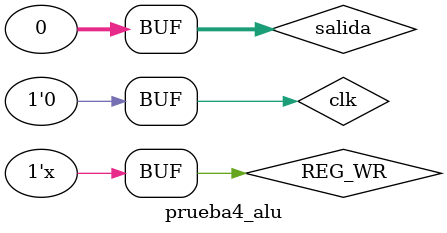
<source format=sv>
`timescale 1ns / 1ps


module prueba4_alu();
//PC
logic [31:0] PC_OutSum;
logic [31:0] PC;
logic clk = 0;
PC regPC(PC,PC_OutSum,clk);

//memoria de instrucciones
logic [31:0] i; //instrucción
memoriainstrucciones nextInst(.Din(PC),.Dout(i));

//sumador de PC
add4 addPC(PC,PC_OutSum);


logic [31:0] salida = 0;
logic REG_WR = 0;
//i= 0000000 5'b2 5'b1 000 5'b3 0110011
//0000000 11100 11100 000 00110 01100 11
//intrucción: add
//opcode: 0110011
//funct3: 000 
//funct7: 0000000

//Al salir la intruccion de la memoria de instrucciones, entra a la etapa de ID
wire [6:0] opcode;
wire [4:0] rs1;
wire [4:0] rs2;
wire [4:0] rd;
wire [2:0] funct3;
wire [6:0] funct7;
wire [11:0] imm;
if_id_buffer ID(i,opcode,rs1,rs2,rd,funct3,funct7,imm);

//banco de registros
wire [31:0] DOA;
wire [31:0] DOB;
wire [31:0] DI;
reg_bank b_registros(DOA, DOB, DI, rs1, rs2, rd, clk, REG_WR);

//extension de signo
wire [31:0]imm_ex;
s_ext Ext_Signo(imm,imm_ex);

//mux escoge ente imm y rs2
wire [31:0]B;
Mux_B muxB(i[5],DOB,imm_ex,B);

//ALU
wire acarreo;
wire desbordamiento;
wire cero;
wire negativo;

ALU ALU(DOA,B,funct7[6:5],DI,acarreo,desbordamiento,cero,negativo);

initial begin
#10
clk =  ! clk;
#10
clk =  ! clk;
#10
clk =  ! clk;
#10
clk =  ! clk;
#10
clk =  ! clk;
#10
clk =  ! clk;
#10
clk =  ! clk;
#10
clk =  ! clk;
#10
clk =  ! clk;
#10
clk =  ! clk;
#10
clk =  ! clk;
#10
clk =  ! clk;
#10
clk =  ! clk;
#10
clk =  ! clk;
#10
clk =  ! clk;
#10
clk =  ! clk;
#10
clk =  ! clk;
#10
clk =  ! clk;
#10
clk =  ! clk;
#10
clk =  ! clk;
end
always begin
#10
REG_WR = !clk;
end
endmodule

</source>
